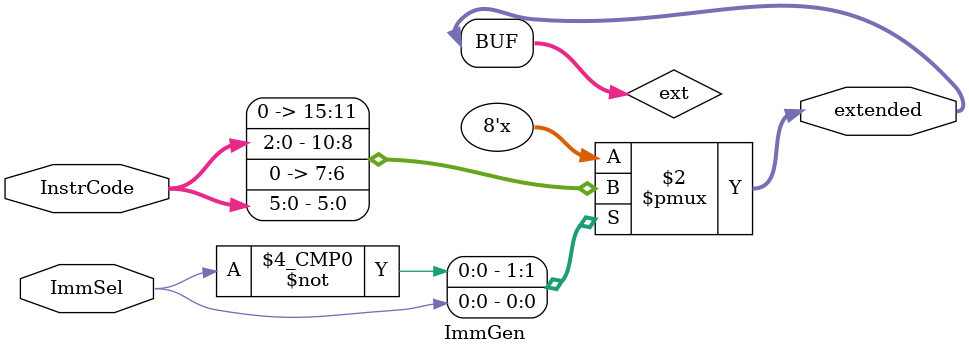
<source format=v>
`timescale 1ns / 1ps

module ImmGen (
    InstrCode,
    ImmSel,
    extended
);
  input [7:0] InstrCode;
  input ImmSel;
  output [7:0] extended;

  reg [7:0] ext;
  always @(InstrCode, ImmSel) begin
    case (ImmSel)
      1'b0: ext = {{5{1'b0}}, InstrCode[2:0]};  // for sll,addi cases, shamt = 3 bit number
      1'b1: ext = {{2{1'b0}}, InstrCode[5:0]};  // for jump case, const = 6 bit number
    endcase
  end

  assign extended = ext;
endmodule

</source>
